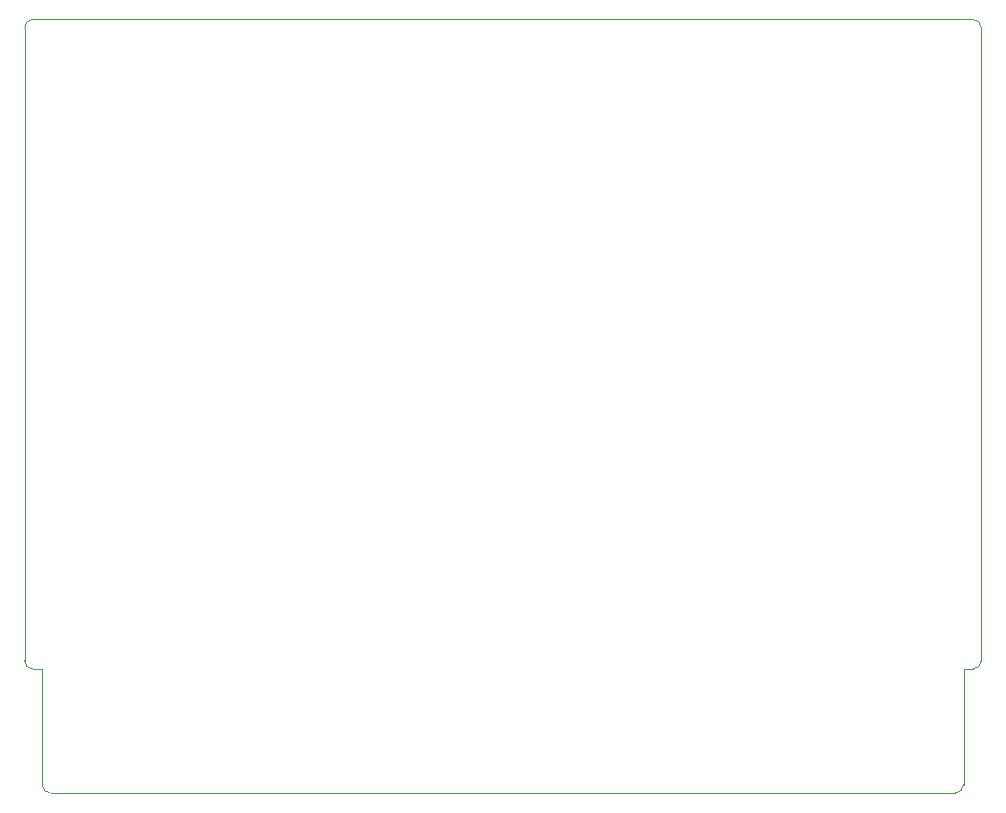
<source format=gm1>
G04 #@! TF.GenerationSoftware,KiCad,Pcbnew,7.0.6*
G04 #@! TF.CreationDate,2023-07-19T00:55:54+09:00*
G04 #@! TF.ProjectId,NES_MAmi,4e45535f-4d41-46d6-992e-6b696361645f,rev?*
G04 #@! TF.SameCoordinates,Original*
G04 #@! TF.FileFunction,Profile,NP*
%FSLAX46Y46*%
G04 Gerber Fmt 4.6, Leading zero omitted, Abs format (unit mm)*
G04 Created by KiCad (PCBNEW 7.0.6) date 2023-07-19 00:55:54*
%MOMM*%
%LPD*%
G01*
G04 APERTURE LIST*
G04 #@! TA.AperFunction,Profile*
%ADD10C,0.100000*%
G04 #@! TD*
G04 APERTURE END LIST*
D10*
X188192894Y-127289800D02*
G75*
G03*
X188900000Y-126582694I7106J700000D01*
G01*
X108607106Y-72289800D02*
G75*
G03*
X107900000Y-72996906I-7106J-700000D01*
G01*
X108607106Y-127289800D02*
X109400000Y-127289800D01*
X109400000Y-137082694D02*
G75*
G03*
X110107106Y-137789800I675000J-32106D01*
G01*
X110107106Y-137789800D02*
X186692894Y-137789800D01*
X107900000Y-72996906D02*
X107900000Y-126582694D01*
X186692894Y-137789800D02*
G75*
G03*
X187400000Y-137082694I7106J700000D01*
G01*
X107900000Y-126582694D02*
G75*
G03*
X108607106Y-127289800I700000J-7106D01*
G01*
X188900000Y-72996906D02*
G75*
G03*
X188192894Y-72289800I-700000J7106D01*
G01*
X109400000Y-127289800D02*
X109400000Y-137082694D01*
X187400000Y-127289800D02*
X188192894Y-127289800D01*
X188192894Y-72289800D02*
X108607106Y-72289800D01*
X188900000Y-126582694D02*
X188900000Y-72996906D01*
X187400000Y-137082694D02*
X187400000Y-127289800D01*
M02*

</source>
